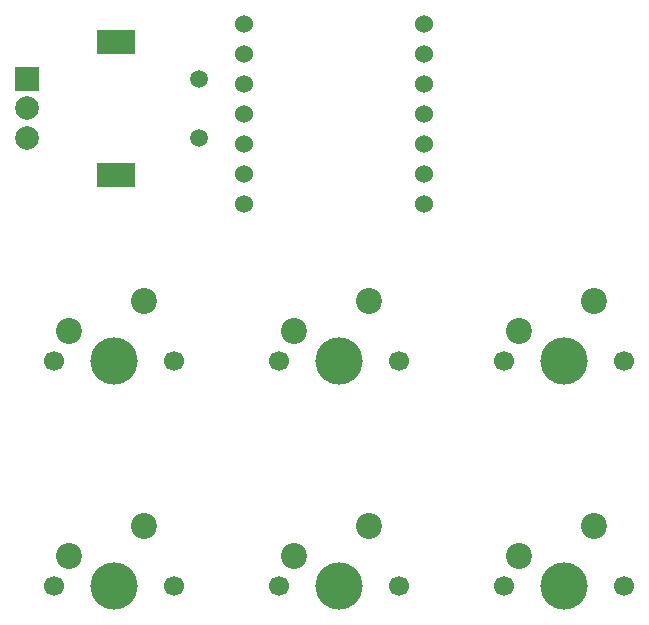
<source format=gbr>
%TF.GenerationSoftware,KiCad,Pcbnew,9.0.2*%
%TF.CreationDate,2025-06-23T11:31:14-05:00*%
%TF.ProjectId,e'sPad,65277350-6164-42e6-9b69-6361645f7063,rev?*%
%TF.SameCoordinates,Original*%
%TF.FileFunction,Soldermask,Bot*%
%TF.FilePolarity,Negative*%
%FSLAX46Y46*%
G04 Gerber Fmt 4.6, Leading zero omitted, Abs format (unit mm)*
G04 Created by KiCad (PCBNEW 9.0.2) date 2025-06-23 11:31:14*
%MOMM*%
%LPD*%
G01*
G04 APERTURE LIST*
%ADD10C,1.700000*%
%ADD11C,4.000000*%
%ADD12C,2.200000*%
%ADD13C,1.500000*%
%ADD14R,2.000000X2.000000*%
%ADD15C,2.000000*%
%ADD16R,3.200000X2.000000*%
%ADD17C,1.524000*%
G04 APERTURE END LIST*
D10*
%TO.C,SW4*%
X133032500Y-80962500D03*
D11*
X138112500Y-80962500D03*
D10*
X143192500Y-80962500D03*
D12*
X140652500Y-75882500D03*
X134302500Y-78422500D03*
%TD*%
D10*
%TO.C,SW3*%
X133032500Y-61912500D03*
D11*
X138112500Y-61912500D03*
D10*
X143192500Y-61912500D03*
D12*
X140652500Y-56832500D03*
X134302500Y-59372500D03*
%TD*%
D13*
%TO.C,SW7*%
X126206250Y-37981250D03*
X126206250Y-42981250D03*
D14*
X111706250Y-37981250D03*
D15*
X111706250Y-42981250D03*
X111706250Y-40481250D03*
D16*
X119206250Y-34881250D03*
X119206250Y-46081250D03*
%TD*%
D10*
%TO.C,SW5*%
X152082500Y-61912500D03*
D11*
X157162500Y-61912500D03*
D10*
X162242500Y-61912500D03*
D12*
X159702500Y-56832500D03*
X153352500Y-59372500D03*
%TD*%
D10*
%TO.C,SW6*%
X152082500Y-80962500D03*
D11*
X157162500Y-80962500D03*
D10*
X162242500Y-80962500D03*
D12*
X159702500Y-75882500D03*
X153352500Y-78422500D03*
%TD*%
D17*
%TO.C,U1*%
X130016250Y-33337500D03*
X130016250Y-35877500D03*
X130016250Y-38417500D03*
X130016250Y-40957500D03*
X130016250Y-43497500D03*
X130016250Y-46037500D03*
X130016250Y-48577500D03*
X145256250Y-48577500D03*
X145256250Y-46037500D03*
X145256250Y-43497500D03*
X145256250Y-40957500D03*
X145256250Y-38417500D03*
X145256250Y-35877500D03*
X145256250Y-33337500D03*
%TD*%
D10*
%TO.C,SW1*%
X113982500Y-61912500D03*
D11*
X119062500Y-61912500D03*
D10*
X124142500Y-61912500D03*
D12*
X121602500Y-56832500D03*
X115252500Y-59372500D03*
%TD*%
D10*
%TO.C,SW2*%
X113982500Y-80962500D03*
D11*
X119062500Y-80962500D03*
D10*
X124142500Y-80962500D03*
D12*
X121602500Y-75882500D03*
X115252500Y-78422500D03*
%TD*%
M02*

</source>
